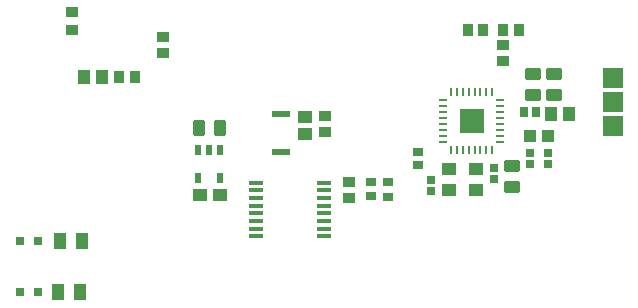
<source format=gtp>
G04 Layer_Color=7318015*
%FSAX24Y24*%
%MOIN*%
G70*
G01*
G75*
%ADD11R,0.0433X0.0354*%
G04:AMPARAMS|DCode=12|XSize=40mil|YSize=55mil|CornerRadius=5mil|HoleSize=0mil|Usage=FLASHONLY|Rotation=0.000|XOffset=0mil|YOffset=0mil|HoleType=Round|Shape=RoundedRectangle|*
%AMROUNDEDRECTD12*
21,1,0.0400,0.0450,0,0,0.0*
21,1,0.0300,0.0550,0,0,0.0*
1,1,0.0100,0.0150,-0.0225*
1,1,0.0100,-0.0150,-0.0225*
1,1,0.0100,-0.0150,0.0225*
1,1,0.0100,0.0150,0.0225*
%
%ADD12ROUNDEDRECTD12*%
%ADD13R,0.0413X0.0571*%
%ADD14R,0.0492X0.0433*%
%ADD15R,0.0283X0.0299*%
%ADD16R,0.0413X0.0354*%
%ADD17R,0.0354X0.0413*%
%ADD18R,0.0472X0.0157*%
%ADD19R,0.0268X0.0331*%
%ADD20R,0.0413X0.0394*%
%ADD21R,0.0591X0.0217*%
%ADD22R,0.0315X0.0315*%
%ADD23R,0.0315X0.0315*%
%ADD24O,0.0295X0.0098*%
%ADD25O,0.0098X0.0295*%
%ADD26R,0.0846X0.0846*%
G04:AMPARAMS|DCode=27|XSize=40mil|YSize=55mil|CornerRadius=5mil|HoleSize=0mil|Usage=FLASHONLY|Rotation=270.000|XOffset=0mil|YOffset=0mil|HoleType=Round|Shape=RoundedRectangle|*
%AMROUNDEDRECTD27*
21,1,0.0400,0.0450,0,0,270.0*
21,1,0.0300,0.0550,0,0,270.0*
1,1,0.0100,-0.0225,-0.0150*
1,1,0.0100,-0.0225,0.0150*
1,1,0.0100,0.0225,0.0150*
1,1,0.0100,0.0225,-0.0150*
%
%ADD27ROUNDEDRECTD27*%
%ADD28R,0.0394X0.0512*%
%ADD29R,0.0236X0.0335*%
%ADD30R,0.0512X0.0413*%
%ADD31R,0.0252X0.0268*%
%ADD32R,0.0512X0.0394*%
%ADD33R,0.0650X0.0650*%
%ADD34R,0.0335X0.0276*%
D11*
X016020Y042125D02*
D03*
Y041535D02*
D03*
D12*
X020950Y038270D02*
D03*
X020250D02*
D03*
D13*
X016304Y032800D02*
D03*
X015576D02*
D03*
X016354Y034500D02*
D03*
X015626D02*
D03*
D14*
X020305Y036020D02*
D03*
X020975D02*
D03*
D15*
X031905Y037057D02*
D03*
Y037443D02*
D03*
X031305Y037057D02*
D03*
Y037443D02*
D03*
D16*
X024450Y038134D02*
D03*
Y038666D02*
D03*
X025250Y035934D02*
D03*
Y036466D02*
D03*
X019070Y040774D02*
D03*
Y041306D02*
D03*
X030390Y041036D02*
D03*
Y040504D02*
D03*
D17*
X018116Y039970D02*
D03*
X017584D02*
D03*
X030394Y041540D02*
D03*
X030926D02*
D03*
X029214Y041550D02*
D03*
X029746D02*
D03*
D18*
X022178Y036446D02*
D03*
Y036190D02*
D03*
Y035934D02*
D03*
Y035678D02*
D03*
Y035422D02*
D03*
Y035166D02*
D03*
Y034910D02*
D03*
Y034654D02*
D03*
X024422Y036446D02*
D03*
Y036190D02*
D03*
Y035934D02*
D03*
Y035678D02*
D03*
Y035422D02*
D03*
Y035166D02*
D03*
Y034910D02*
D03*
Y034654D02*
D03*
D19*
X031513Y038800D02*
D03*
X031087D02*
D03*
D20*
X031895Y038000D02*
D03*
X031305D02*
D03*
D21*
X023000Y038740D02*
D03*
Y037460D02*
D03*
D22*
X014295Y032800D02*
D03*
X014885D02*
D03*
D23*
X014295Y034500D02*
D03*
X014885D02*
D03*
D24*
X030305Y037811D02*
D03*
Y038008D02*
D03*
Y038205D02*
D03*
Y038402D02*
D03*
Y038598D02*
D03*
Y038795D02*
D03*
Y038992D02*
D03*
Y039189D02*
D03*
X028395D02*
D03*
Y038992D02*
D03*
Y038795D02*
D03*
Y038598D02*
D03*
Y038402D02*
D03*
Y038205D02*
D03*
Y038008D02*
D03*
Y037811D02*
D03*
D25*
X030039Y039455D02*
D03*
X029842D02*
D03*
X029645D02*
D03*
X029448D02*
D03*
X029252D02*
D03*
X029055D02*
D03*
X028858D02*
D03*
X028661D02*
D03*
Y037545D02*
D03*
X028858D02*
D03*
X029055D02*
D03*
X029252D02*
D03*
X029448D02*
D03*
X029645D02*
D03*
X029842D02*
D03*
X030039D02*
D03*
D26*
X029350Y038500D02*
D03*
D27*
X031410Y040080D02*
D03*
Y039380D02*
D03*
X032110Y040080D02*
D03*
Y039380D02*
D03*
X030710Y036310D02*
D03*
Y037010D02*
D03*
D28*
X032595Y038750D02*
D03*
X032005D02*
D03*
X016445Y039980D02*
D03*
X017035D02*
D03*
D29*
X020974Y037542D02*
D03*
X020600D02*
D03*
X020226D02*
D03*
Y036598D02*
D03*
X020974D02*
D03*
D30*
X029511Y036191D02*
D03*
X028605D02*
D03*
Y036919D02*
D03*
X029511D02*
D03*
D31*
X028008Y036181D02*
D03*
Y036528D02*
D03*
X030108Y036928D02*
D03*
Y036581D02*
D03*
D32*
X023800Y038055D02*
D03*
Y038645D02*
D03*
D33*
X034080Y039120D02*
D03*
Y038320D02*
D03*
Y039920D02*
D03*
D34*
X027560Y037486D02*
D03*
Y037034D02*
D03*
X026580Y036476D02*
D03*
Y035984D02*
D03*
X026010Y035994D02*
D03*
Y036486D02*
D03*
M02*

</source>
